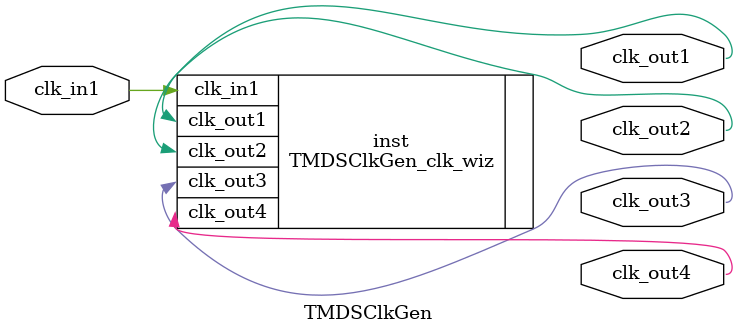
<source format=v>


`timescale 1ps/1ps

(* CORE_GENERATION_INFO = "TMDSClkGen,clk_wiz_v5_4_3_0,{component_name=TMDSClkGen,use_phase_alignment=true,use_min_o_jitter=false,use_max_i_jitter=false,use_dyn_phase_shift=false,use_inclk_switchover=false,use_dyn_reconfig=false,enable_axi=0,feedback_source=FDBK_AUTO,PRIMITIVE=MMCM,num_out_clk=4,clkin1_period=20.000,clkin2_period=10.0,use_power_down=false,use_reset=false,use_locked=false,use_inclk_stopped=false,feedback_type=SINGLE,CLOCK_MGR_TYPE=NA,manual_override=false}" *)

module TMDSClkGen 
 (
  // Clock out ports
  output        clk_out1,
  output        clk_out2,
  output        clk_out3,
  output        clk_out4,
 // Clock in ports
  input         clk_in1
 );

  TMDSClkGen_clk_wiz inst
  (
  // Clock out ports  
  .clk_out1(clk_out1),
  .clk_out2(clk_out2),
  .clk_out3(clk_out3),
  .clk_out4(clk_out4),
 // Clock in ports
  .clk_in1(clk_in1)
  );

endmodule

</source>
